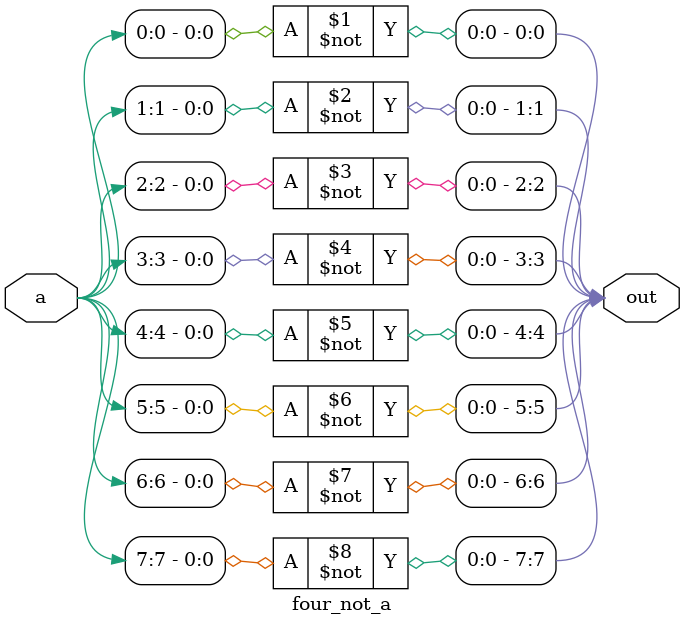
<source format=v>

`timescale 1ns / 1ps

module four_not_a(a, out);

input [7:0]a;
output [7:0]out;

not  zero(out[0], a[0]);
not one(out[1], a[1]);
not two(out[2], a[2]);
not three(out[3], a[3]);
not four(out[4], a[4]);
not five(out[5], a[5]);
not six(out[6], a[6]);
not seven(out[7], a[7]);

endmodule
// When 0000 and 0000 at end, get 1111. Why?
</source>
